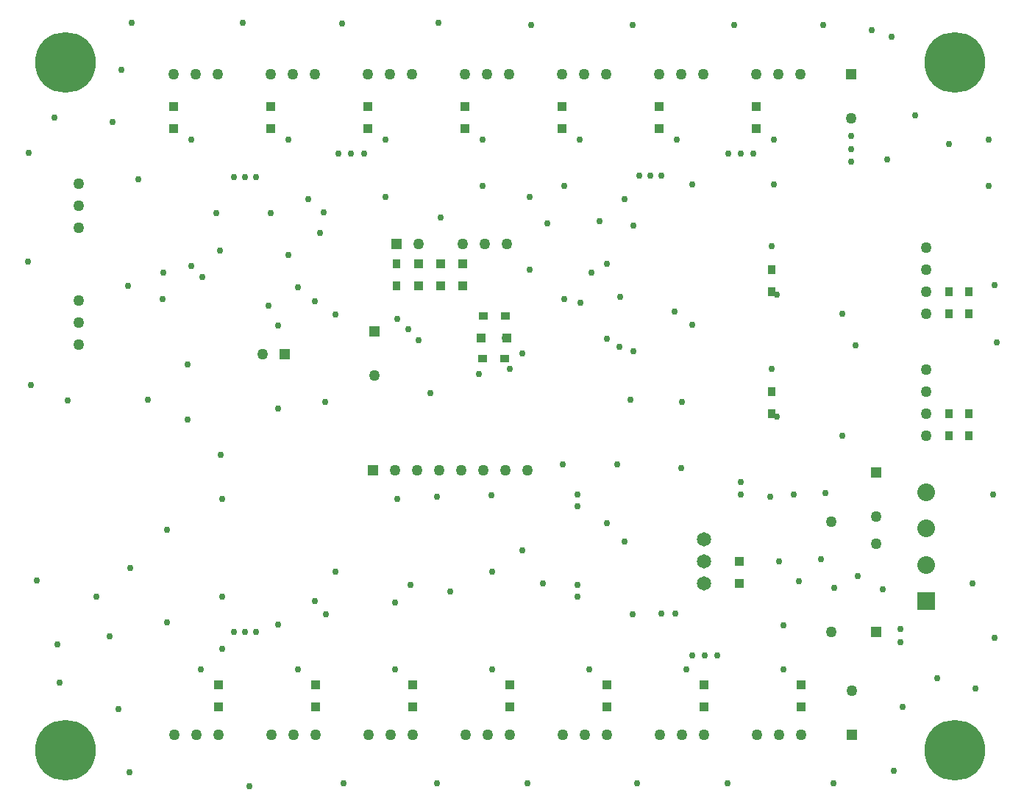
<source format=gbs>
%FSLAX23Y23*%
%MOIN*%
G70*
G01*
G75*
G04 Layer_Color=16711935*
%ADD10R,0.060X0.056*%
%ADD11R,0.018X0.071*%
%ADD12R,0.071X0.018*%
%ADD13R,0.059X0.059*%
%ADD14R,0.063X0.026*%
%ADD15R,0.059X0.059*%
%ADD16R,0.039X0.118*%
%ADD17R,0.056X0.060*%
%ADD18R,0.081X0.024*%
%ADD19C,0.020*%
%ADD20C,0.015*%
%ADD21C,0.050*%
%ADD22C,0.040*%
%ADD23C,0.030*%
%ADD24R,0.055X0.165*%
%ADD25R,0.165X0.055*%
%ADD26R,0.150X0.050*%
%ADD27C,0.070*%
%ADD28R,0.070X0.070*%
%ADD29R,0.070X0.070*%
%ADD30C,0.100*%
%ADD31R,0.100X0.100*%
%ADD32C,0.295*%
%ADD33C,0.085*%
%ADD34C,0.050*%
%ADD35R,0.063X0.063*%
%ADD36C,0.100*%
%ADD37C,0.080*%
%ADD38C,0.010*%
%ADD39C,0.005*%
%ADD40C,0.008*%
%ADD41C,0.007*%
%ADD42R,0.020X0.050*%
%ADD43R,0.022X0.022*%
%ADD44R,0.018X0.022*%
%ADD45R,0.036X0.064*%
%ADD46R,0.080X0.065*%
%ADD47R,0.306X0.056*%
%ADD48R,0.050X0.020*%
%ADD49R,0.040X0.036*%
%ADD50R,0.039X0.039*%
%ADD51R,0.043X0.006*%
%ADD52R,0.039X0.039*%
%ADD53R,0.019X0.098*%
%ADD54R,0.036X0.040*%
%ADD55R,0.061X0.004*%
%ADD56R,0.050X0.050*%
%ADD57R,0.050X0.050*%
%ADD58C,0.080*%
%ADD59R,0.080X0.080*%
%ADD60C,0.275*%
%ADD61C,0.065*%
%ADD62C,0.030*%
%ADD63R,0.043X0.043*%
D34*
X11310Y6980D02*
D03*
Y6480D02*
D03*
X11515Y6880D02*
D03*
X9935Y7215D02*
D03*
X9835D02*
D03*
X9735D02*
D03*
X9635D02*
D03*
X9535D02*
D03*
X9435D02*
D03*
X9335D02*
D03*
X8735Y7740D02*
D03*
X11740Y7670D02*
D03*
Y7370D02*
D03*
Y7470D02*
D03*
Y7570D02*
D03*
Y8225D02*
D03*
Y7925D02*
D03*
Y8025D02*
D03*
Y8125D02*
D03*
X7900Y7985D02*
D03*
Y7885D02*
D03*
Y7785D02*
D03*
Y8515D02*
D03*
Y8415D02*
D03*
Y8315D02*
D03*
X8530Y9010D02*
D03*
X8430D02*
D03*
X8330D02*
D03*
X8970D02*
D03*
X8870D02*
D03*
X8770D02*
D03*
X9410D02*
D03*
X9310D02*
D03*
X9210D02*
D03*
X9850D02*
D03*
X9750D02*
D03*
X9650D02*
D03*
X10290D02*
D03*
X10190D02*
D03*
X10090D02*
D03*
X10730D02*
D03*
X10630D02*
D03*
X10530D02*
D03*
X11170D02*
D03*
X11070D02*
D03*
X10970D02*
D03*
X9440Y8240D02*
D03*
X9640D02*
D03*
X9740D02*
D03*
X9840D02*
D03*
X11400Y8810D02*
D03*
X11405Y6215D02*
D03*
X9240Y7645D02*
D03*
X8335Y6015D02*
D03*
X8435D02*
D03*
X8535D02*
D03*
X8775D02*
D03*
X8875D02*
D03*
X8975D02*
D03*
X9215D02*
D03*
X9315D02*
D03*
X9415D02*
D03*
X9655D02*
D03*
X9755D02*
D03*
X9855D02*
D03*
X10095D02*
D03*
X10195D02*
D03*
X10295D02*
D03*
X10535D02*
D03*
X10635D02*
D03*
X10735D02*
D03*
X10975D02*
D03*
X11075D02*
D03*
X11175D02*
D03*
X11515Y7005D02*
D03*
D49*
X9830Y7720D02*
D03*
X9730D02*
D03*
X9835Y7915D02*
D03*
X9735D02*
D03*
D52*
X10895Y6800D02*
D03*
Y6700D02*
D03*
X9640Y8050D02*
D03*
Y8150D02*
D03*
X9540D02*
D03*
Y8050D02*
D03*
X9440Y8150D02*
D03*
Y8050D02*
D03*
X8535Y6240D02*
D03*
Y6140D02*
D03*
X8975Y6240D02*
D03*
Y6140D02*
D03*
X9415Y6240D02*
D03*
Y6140D02*
D03*
X9855Y6240D02*
D03*
Y6140D02*
D03*
X10295Y6240D02*
D03*
Y6140D02*
D03*
X10735Y6240D02*
D03*
Y6140D02*
D03*
X11175Y6240D02*
D03*
Y6140D02*
D03*
X8330Y8765D02*
D03*
Y8865D02*
D03*
X8770Y8765D02*
D03*
Y8865D02*
D03*
X9210Y8765D02*
D03*
Y8865D02*
D03*
X9650Y8765D02*
D03*
Y8865D02*
D03*
X10090Y8765D02*
D03*
Y8865D02*
D03*
X10530Y8765D02*
D03*
Y8865D02*
D03*
X10970Y8765D02*
D03*
Y8865D02*
D03*
D54*
X11845Y8025D02*
D03*
Y7925D02*
D03*
X11935Y8025D02*
D03*
Y7925D02*
D03*
X11845Y7470D02*
D03*
Y7370D02*
D03*
X11935Y7470D02*
D03*
Y7370D02*
D03*
X11040Y7470D02*
D03*
Y7570D02*
D03*
Y8025D02*
D03*
Y8125D02*
D03*
X9340Y8150D02*
D03*
Y8050D02*
D03*
D56*
X11515Y6480D02*
D03*
X11400Y9010D02*
D03*
X11405Y6015D02*
D03*
X9240Y7845D02*
D03*
X11515Y7205D02*
D03*
D57*
X9235Y7215D02*
D03*
X8835Y7740D02*
D03*
X9340Y8240D02*
D03*
D58*
X11740Y7115D02*
D03*
Y6950D02*
D03*
Y6785D02*
D03*
D59*
Y6620D02*
D03*
D60*
X11870Y9065D02*
D03*
X7840D02*
D03*
Y5945D02*
D03*
X11870D02*
D03*
D61*
X10735Y6900D02*
D03*
Y6800D02*
D03*
Y6700D02*
D03*
D62*
X11950D02*
D03*
X11035Y7095D02*
D03*
X10295Y6975D02*
D03*
X10375Y6890D02*
D03*
X11075Y6800D02*
D03*
X11165Y6710D02*
D03*
X11285Y7110D02*
D03*
X11325Y6680D02*
D03*
X11265Y6810D02*
D03*
X11430Y6735D02*
D03*
X11545Y6675D02*
D03*
X11420Y7780D02*
D03*
X11140Y7105D02*
D03*
X11565Y8625D02*
D03*
X12025Y8715D02*
D03*
Y8505D02*
D03*
X12050Y8055D02*
D03*
X12060Y7795D02*
D03*
X12045Y7105D02*
D03*
X12050Y6455D02*
D03*
X11790Y6270D02*
D03*
X11965Y6225D02*
D03*
X11635Y6140D02*
D03*
X11595Y5850D02*
D03*
X11320Y5795D02*
D03*
X10840D02*
D03*
X10430D02*
D03*
X9935D02*
D03*
X9525D02*
D03*
X9100D02*
D03*
X8675Y5780D02*
D03*
X7815Y6250D02*
D03*
X8130Y5845D02*
D03*
X8080Y6130D02*
D03*
X8135Y6770D02*
D03*
X8040Y6460D02*
D03*
X7805Y6425D02*
D03*
X7710Y6715D02*
D03*
X10005Y6700D02*
D03*
X9910Y6850D02*
D03*
X9405Y6695D02*
D03*
X9585Y6665D02*
D03*
X10630Y7225D02*
D03*
X10340Y7240D02*
D03*
X10095D02*
D03*
X9770Y7100D02*
D03*
X9525Y7095D02*
D03*
X9345Y7085D02*
D03*
X9910Y7745D02*
D03*
X9855Y7675D02*
D03*
X10635Y7525D02*
D03*
X10400Y7535D02*
D03*
X10260Y8345D02*
D03*
X10375Y8445D02*
D03*
X10025Y8335D02*
D03*
X9540Y8360D02*
D03*
X8805Y7870D02*
D03*
X8760Y7960D02*
D03*
X8215Y7535D02*
D03*
X7850Y7530D02*
D03*
X7685Y7600D02*
D03*
X7675Y8655D02*
D03*
X7670Y8160D02*
D03*
X8280Y7990D02*
D03*
X8125Y8050D02*
D03*
X8285Y8110D02*
D03*
X8525Y8380D02*
D03*
X8995Y8290D02*
D03*
X8940Y8445D02*
D03*
X9010Y8385D02*
D03*
X8770Y8380D02*
D03*
X8170Y8535D02*
D03*
X8055Y8795D02*
D03*
X7790Y8815D02*
D03*
X8095Y9030D02*
D03*
X8140Y9245D02*
D03*
X8645D02*
D03*
X9095Y9240D02*
D03*
X9530Y9245D02*
D03*
X9950Y9235D02*
D03*
X10410D02*
D03*
X11275D02*
D03*
X10870D02*
D03*
X11495Y9210D02*
D03*
X11585Y9180D02*
D03*
X11690Y8825D02*
D03*
X11845Y8695D02*
D03*
X11400Y8615D02*
D03*
Y8730D02*
D03*
Y8671D02*
D03*
X11050Y8715D02*
D03*
X10610D02*
D03*
X10170D02*
D03*
X9730D02*
D03*
X9290D02*
D03*
X8850D02*
D03*
X8410D02*
D03*
X8455Y6310D02*
D03*
X8895D02*
D03*
X9335D02*
D03*
X9775D02*
D03*
X10215D02*
D03*
X11040Y7675D02*
D03*
X11360Y7370D02*
D03*
X11065Y7457D02*
D03*
Y8012D02*
D03*
X11360Y7925D02*
D03*
X11040Y8230D02*
D03*
X9725Y7815D02*
D03*
X9830D02*
D03*
X11095Y6310D02*
D03*
X10605Y6565D02*
D03*
X11625Y6435D02*
D03*
Y6495D02*
D03*
X10540Y6565D02*
D03*
X10100Y8505D02*
D03*
X9730D02*
D03*
X10100Y7990D02*
D03*
X11050Y8510D02*
D03*
X10175Y7975D02*
D03*
X10600Y7935D02*
D03*
X10680Y8510D02*
D03*
Y7875D02*
D03*
X10295Y8150D02*
D03*
Y7810D02*
D03*
X10355Y8000D02*
D03*
X10350Y7775D02*
D03*
X10415Y8325D02*
D03*
Y7755D02*
D03*
X9945Y8125D02*
D03*
Y8455D02*
D03*
X9290D02*
D03*
X10225Y8110D02*
D03*
X8850Y8190D02*
D03*
X8410Y8140D02*
D03*
X8460Y8090D02*
D03*
X8895Y8045D02*
D03*
X8970Y7980D02*
D03*
X9065Y7920D02*
D03*
Y6755D02*
D03*
X9775D02*
D03*
X8970Y6620D02*
D03*
X9335Y6615D02*
D03*
X9440Y7805D02*
D03*
X9395Y7855D02*
D03*
X9345Y7900D02*
D03*
X10655Y6310D02*
D03*
X8545Y7285D02*
D03*
X8540Y8210D02*
D03*
X8395Y7445D02*
D03*
Y7695D02*
D03*
X8805Y7495D02*
D03*
X9017Y7523D02*
D03*
X9020Y6560D02*
D03*
X9715Y7650D02*
D03*
X10410Y6560D02*
D03*
X11095Y6510D02*
D03*
X8805Y6515D02*
D03*
X9495Y7565D02*
D03*
X8550Y7085D02*
D03*
Y6405D02*
D03*
X10795Y6375D02*
D03*
X10680D02*
D03*
X10739D02*
D03*
X10900Y8650D02*
D03*
X10959D02*
D03*
X10844D02*
D03*
X9135D02*
D03*
X9194D02*
D03*
X9079D02*
D03*
X7980Y6640D02*
D03*
X8300Y6525D02*
D03*
Y6945D02*
D03*
X8550Y6640D02*
D03*
X10900Y7105D02*
D03*
X10160D02*
D03*
Y6640D02*
D03*
Y6695D02*
D03*
Y7050D02*
D03*
X10900Y7160D02*
D03*
X10540Y8550D02*
D03*
X10490D02*
D03*
X10440D02*
D03*
X8705Y6480D02*
D03*
X8655D02*
D03*
X8605D02*
D03*
Y8545D02*
D03*
X8655D02*
D03*
X8705D02*
D03*
D63*
X9725Y7815D02*
D03*
X9840D02*
D03*
M02*

</source>
